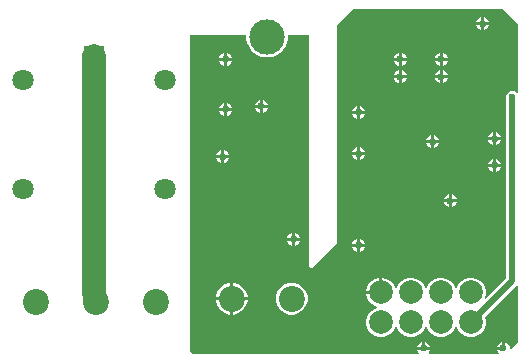
<source format=gbl>
G04*
G04 #@! TF.GenerationSoftware,Altium Limited,Altium Designer,23.10.1 (27)*
G04*
G04 Layer_Physical_Order=2*
G04 Layer_Color=16711680*
%FSLAX44Y44*%
%MOMM*%
G71*
G04*
G04 #@! TF.SameCoordinates,FE8EC528-225C-4A11-B971-79AFC16B1169*
G04*
G04*
G04 #@! TF.FilePolarity,Positive*
G04*
G01*
G75*
%ADD41C,0.5000*%
%ADD42C,2.0000*%
%ADD43C,3.0000*%
%ADD44C,2.2000*%
%ADD45C,2.0000*%
%ADD46C,1.8000*%
%ADD47R,1.8000X1.8000*%
%ADD48C,0.6000*%
%ADD49C,1.0000*%
G36*
X747500Y1235000D02*
Y1177131D01*
X746230Y1176605D01*
X745638Y1177197D01*
X743602Y1178040D01*
X741398D01*
X739362Y1177197D01*
X737803Y1175638D01*
X736960Y1173602D01*
Y1171398D01*
X737361Y1170429D01*
Y1019286D01*
X720147Y1002072D01*
X719849Y1002202D01*
X719097Y1002818D01*
X719883Y1005749D01*
Y1009051D01*
X719028Y1012240D01*
X717377Y1015100D01*
X715042Y1017434D01*
X712183Y1019085D01*
X708994Y1019940D01*
X705692D01*
X702502Y1019085D01*
X699643Y1017434D01*
X697308Y1015100D01*
X695657Y1012240D01*
X695300Y1010907D01*
X693985D01*
X693628Y1012240D01*
X691977Y1015100D01*
X689642Y1017434D01*
X686783Y1019085D01*
X683594Y1019940D01*
X680292D01*
X677102Y1019085D01*
X674243Y1017434D01*
X671908Y1015100D01*
X670257Y1012240D01*
X669900Y1010907D01*
X668585D01*
X668228Y1012240D01*
X666577Y1015100D01*
X664242Y1017434D01*
X661383Y1019085D01*
X658194Y1019940D01*
X654892D01*
X651702Y1019085D01*
X648843Y1017434D01*
X646508Y1015100D01*
X644857Y1012240D01*
X644500Y1010907D01*
X643185D01*
X642828Y1012240D01*
X641177Y1015100D01*
X638842Y1017434D01*
X635983Y1019085D01*
X632794Y1019940D01*
X632412D01*
Y1007400D01*
X631143D01*
Y1006130D01*
X618602D01*
Y1005749D01*
X619457Y1002560D01*
X621108Y999700D01*
X623443Y997365D01*
X626302Y995715D01*
X627635Y995357D01*
Y994043D01*
X626302Y993685D01*
X623443Y992035D01*
X621108Y989700D01*
X619457Y986840D01*
X618602Y983651D01*
Y980349D01*
X619457Y977160D01*
X621108Y974300D01*
X623443Y971965D01*
X626302Y970315D01*
X629492Y969460D01*
X632794D01*
X635983Y970315D01*
X638842Y971965D01*
X641177Y974300D01*
X642828Y977160D01*
X643185Y978493D01*
X644500D01*
X644857Y977160D01*
X646508Y974300D01*
X648843Y971965D01*
X651702Y970315D01*
X654892Y969460D01*
X658194D01*
X661383Y970315D01*
X664242Y971965D01*
X666577Y974300D01*
X668228Y977160D01*
X668585Y978493D01*
X669900D01*
X670257Y977160D01*
X671908Y974300D01*
X674243Y971965D01*
X677102Y970315D01*
X680292Y969460D01*
X683594D01*
X686783Y970315D01*
X689642Y971965D01*
X691977Y974300D01*
X693628Y977160D01*
X693985Y978493D01*
X695300D01*
X695657Y977160D01*
X697308Y974300D01*
X699643Y971965D01*
X702502Y970315D01*
X705692Y969460D01*
X708994D01*
X712183Y970315D01*
X715042Y971965D01*
X717377Y974300D01*
X719028Y977160D01*
X719883Y980349D01*
Y983651D01*
X719117Y986507D01*
X746134Y1013524D01*
X746230Y1013668D01*
X747500Y1013283D01*
Y965000D01*
X741810Y959310D01*
X740540Y959836D01*
Y961102D01*
X739697Y963138D01*
X738138Y964697D01*
X736270Y965470D01*
Y960000D01*
X735000D01*
Y958730D01*
X729530D01*
X730303Y956862D01*
X730895Y956270D01*
X730369Y955000D01*
X672131D01*
X671605Y956270D01*
X672197Y956862D01*
X672970Y958730D01*
X662030D01*
X662803Y956862D01*
X663395Y956270D01*
X662869Y955000D01*
X472500D01*
X470000Y957500D01*
Y1225000D01*
X517460D01*
Y1222272D01*
X518134Y1218884D01*
X519456Y1215692D01*
X521376Y1212819D01*
X523819Y1210376D01*
X526692Y1208456D01*
X529884Y1207134D01*
X533273Y1206460D01*
X536727D01*
X540116Y1207134D01*
X543308Y1208456D01*
X546181Y1210376D01*
X548624Y1212819D01*
X550544Y1215692D01*
X551866Y1218884D01*
X552540Y1222272D01*
Y1225000D01*
X570000D01*
Y1030000D01*
X572500Y1027500D01*
X594000Y1049000D01*
Y1234000D01*
X607500Y1247500D01*
X735000D01*
X747500Y1235000D01*
D02*
G37*
%LPC*%
G36*
X718770Y1240470D02*
Y1236270D01*
X722970D01*
X722197Y1238138D01*
X720638Y1239697D01*
X718770Y1240470D01*
D02*
G37*
G36*
X716230D02*
X714362Y1239697D01*
X712803Y1238138D01*
X712030Y1236270D01*
X716230D01*
Y1240470D01*
D02*
G37*
G36*
X722970Y1233730D02*
X718770D01*
Y1229530D01*
X720638Y1230303D01*
X722197Y1231862D01*
X722970Y1233730D01*
D02*
G37*
G36*
X716230D02*
X712030D01*
X712803Y1231862D01*
X714362Y1230303D01*
X716230Y1229530D01*
Y1233730D01*
D02*
G37*
G36*
X683770Y1210470D02*
Y1206270D01*
X687970D01*
X687197Y1208138D01*
X685638Y1209697D01*
X683770Y1210470D01*
D02*
G37*
G36*
X681230D02*
X679362Y1209697D01*
X677803Y1208138D01*
X677030Y1206270D01*
X681230D01*
Y1210470D01*
D02*
G37*
G36*
X648770D02*
Y1206270D01*
X652970D01*
X652197Y1208138D01*
X650638Y1209697D01*
X648770Y1210470D01*
D02*
G37*
G36*
X646230D02*
X644362Y1209697D01*
X642803Y1208138D01*
X642030Y1206270D01*
X646230D01*
Y1210470D01*
D02*
G37*
G36*
X501270D02*
Y1206270D01*
X505470D01*
X504697Y1208138D01*
X503138Y1209697D01*
X501270Y1210470D01*
D02*
G37*
G36*
X498730D02*
X496862Y1209697D01*
X495303Y1208138D01*
X494530Y1206270D01*
X498730D01*
Y1210470D01*
D02*
G37*
G36*
X687970Y1203730D02*
X683770D01*
Y1199530D01*
X685638Y1200303D01*
X687197Y1201862D01*
X687970Y1203730D01*
D02*
G37*
G36*
X681230D02*
X677030D01*
X677803Y1201862D01*
X679362Y1200303D01*
X681230Y1199530D01*
Y1203730D01*
D02*
G37*
G36*
X652970D02*
X648770D01*
Y1199530D01*
X650638Y1200303D01*
X652197Y1201862D01*
X652970Y1203730D01*
D02*
G37*
G36*
X646230D02*
X642030D01*
X642803Y1201862D01*
X644362Y1200303D01*
X646230Y1199530D01*
Y1203730D01*
D02*
G37*
G36*
X505470D02*
X501270D01*
Y1199530D01*
X503138Y1200303D01*
X504697Y1201862D01*
X505470Y1203730D01*
D02*
G37*
G36*
X498730D02*
X494530D01*
X495303Y1201862D01*
X496862Y1200303D01*
X498730Y1199530D01*
Y1203730D01*
D02*
G37*
G36*
X683770Y1195470D02*
Y1191270D01*
X687970D01*
X687197Y1193138D01*
X685638Y1194697D01*
X683770Y1195470D01*
D02*
G37*
G36*
X681230D02*
X679362Y1194697D01*
X677803Y1193138D01*
X677030Y1191270D01*
X681230D01*
Y1195470D01*
D02*
G37*
G36*
X648770D02*
Y1191270D01*
X652970D01*
X652197Y1193138D01*
X650638Y1194697D01*
X648770Y1195470D01*
D02*
G37*
G36*
X646230D02*
X644362Y1194697D01*
X642803Y1193138D01*
X642030Y1191270D01*
X646230D01*
Y1195470D01*
D02*
G37*
G36*
X687970Y1188730D02*
X683770D01*
Y1184530D01*
X685638Y1185303D01*
X687197Y1186862D01*
X687970Y1188730D01*
D02*
G37*
G36*
X681230D02*
X677030D01*
X677803Y1186862D01*
X679362Y1185303D01*
X681230Y1184530D01*
Y1188730D01*
D02*
G37*
G36*
X652970D02*
X648770D01*
Y1184530D01*
X650638Y1185303D01*
X652197Y1186862D01*
X652970Y1188730D01*
D02*
G37*
G36*
X646230D02*
X642030D01*
X642803Y1186862D01*
X644362Y1185303D01*
X646230Y1184530D01*
Y1188730D01*
D02*
G37*
G36*
X531270Y1170470D02*
Y1166270D01*
X535470D01*
X534697Y1168138D01*
X533138Y1169697D01*
X531270Y1170470D01*
D02*
G37*
G36*
X528730D02*
X526862Y1169697D01*
X525303Y1168138D01*
X524530Y1166270D01*
X528730D01*
Y1170470D01*
D02*
G37*
G36*
X501270Y1167970D02*
Y1163770D01*
X505470D01*
X504697Y1165638D01*
X503138Y1167197D01*
X501270Y1167970D01*
D02*
G37*
G36*
X498730D02*
X496862Y1167197D01*
X495303Y1165638D01*
X494530Y1163770D01*
X498730D01*
Y1167970D01*
D02*
G37*
G36*
X613770Y1165470D02*
Y1161270D01*
X617970D01*
X617197Y1163138D01*
X615638Y1164697D01*
X613770Y1165470D01*
D02*
G37*
G36*
X611230D02*
X609362Y1164697D01*
X607803Y1163138D01*
X607030Y1161270D01*
X611230D01*
Y1165470D01*
D02*
G37*
G36*
X535470Y1163730D02*
X531270D01*
Y1159530D01*
X533138Y1160303D01*
X534697Y1161862D01*
X535470Y1163730D01*
D02*
G37*
G36*
X528730D02*
X524530D01*
X525303Y1161862D01*
X526862Y1160303D01*
X528730Y1159530D01*
Y1163730D01*
D02*
G37*
G36*
X505470Y1161230D02*
X501270D01*
Y1157030D01*
X503138Y1157803D01*
X504697Y1159362D01*
X505470Y1161230D01*
D02*
G37*
G36*
X498730D02*
X494530D01*
X495303Y1159362D01*
X496862Y1157803D01*
X498730Y1157030D01*
Y1161230D01*
D02*
G37*
G36*
X617970Y1158730D02*
X613770D01*
Y1154530D01*
X615638Y1155303D01*
X617197Y1156862D01*
X617970Y1158730D01*
D02*
G37*
G36*
X611230D02*
X607030D01*
X607803Y1156862D01*
X609362Y1155303D01*
X611230Y1154530D01*
Y1158730D01*
D02*
G37*
G36*
X728770Y1142970D02*
Y1138770D01*
X732970D01*
X732197Y1140638D01*
X730638Y1142197D01*
X728770Y1142970D01*
D02*
G37*
G36*
X726230D02*
X724362Y1142197D01*
X722803Y1140638D01*
X722030Y1138770D01*
X726230D01*
Y1142970D01*
D02*
G37*
G36*
X676270Y1140470D02*
Y1136270D01*
X680470D01*
X679697Y1138138D01*
X678138Y1139697D01*
X676270Y1140470D01*
D02*
G37*
G36*
X673730D02*
X671862Y1139697D01*
X670303Y1138138D01*
X669530Y1136270D01*
X673730D01*
Y1140470D01*
D02*
G37*
G36*
X732970Y1136230D02*
X728770D01*
Y1132030D01*
X730638Y1132803D01*
X732197Y1134362D01*
X732970Y1136230D01*
D02*
G37*
G36*
X726230D02*
X722030D01*
X722803Y1134362D01*
X724362Y1132803D01*
X726230Y1132030D01*
Y1136230D01*
D02*
G37*
G36*
X680470Y1133730D02*
X676270D01*
Y1129530D01*
X678138Y1130303D01*
X679697Y1131862D01*
X680470Y1133730D01*
D02*
G37*
G36*
X673730D02*
X669530D01*
X670303Y1131862D01*
X671862Y1130303D01*
X673730Y1129530D01*
Y1133730D01*
D02*
G37*
G36*
X613770Y1130470D02*
Y1126270D01*
X617970D01*
X617197Y1128138D01*
X615638Y1129697D01*
X613770Y1130470D01*
D02*
G37*
G36*
X611230D02*
X609362Y1129697D01*
X607803Y1128138D01*
X607030Y1126270D01*
X611230D01*
Y1130470D01*
D02*
G37*
G36*
X498770Y1127970D02*
Y1123770D01*
X502970D01*
X502197Y1125638D01*
X500638Y1127197D01*
X498770Y1127970D01*
D02*
G37*
G36*
X496230D02*
X494362Y1127197D01*
X492803Y1125638D01*
X492030Y1123770D01*
X496230D01*
Y1127970D01*
D02*
G37*
G36*
X617970Y1123730D02*
X613770D01*
Y1119530D01*
X615638Y1120303D01*
X617197Y1121862D01*
X617970Y1123730D01*
D02*
G37*
G36*
X611230D02*
X607030D01*
X607803Y1121862D01*
X609362Y1120303D01*
X611230Y1119530D01*
Y1123730D01*
D02*
G37*
G36*
X502970Y1121230D02*
X498770D01*
Y1117030D01*
X500638Y1117803D01*
X502197Y1119362D01*
X502970Y1121230D01*
D02*
G37*
G36*
X496230D02*
X492030D01*
X492803Y1119362D01*
X494362Y1117803D01*
X496230Y1117030D01*
Y1121230D01*
D02*
G37*
G36*
X728770Y1120470D02*
Y1116270D01*
X732970D01*
X732197Y1118138D01*
X730638Y1119697D01*
X728770Y1120470D01*
D02*
G37*
G36*
X726230D02*
X724362Y1119697D01*
X722803Y1118138D01*
X722030Y1116270D01*
X726230D01*
Y1120470D01*
D02*
G37*
G36*
X732970Y1113730D02*
X728770D01*
Y1109530D01*
X730638Y1110303D01*
X732197Y1111862D01*
X732970Y1113730D01*
D02*
G37*
G36*
X726230D02*
X722030D01*
X722803Y1111862D01*
X724362Y1110303D01*
X726230Y1109530D01*
Y1113730D01*
D02*
G37*
G36*
X691270Y1090470D02*
Y1086270D01*
X695470D01*
X694697Y1088138D01*
X693138Y1089697D01*
X691270Y1090470D01*
D02*
G37*
G36*
X688730D02*
X686862Y1089697D01*
X685303Y1088138D01*
X684530Y1086270D01*
X688730D01*
Y1090470D01*
D02*
G37*
G36*
X695470Y1083730D02*
X691270D01*
Y1079530D01*
X693138Y1080303D01*
X694697Y1081862D01*
X695470Y1083730D01*
D02*
G37*
G36*
X688730D02*
X684530D01*
X685303Y1081862D01*
X686862Y1080303D01*
X688730Y1079530D01*
Y1083730D01*
D02*
G37*
G36*
X558770Y1057970D02*
Y1053770D01*
X562970D01*
X562197Y1055638D01*
X560638Y1057197D01*
X558770Y1057970D01*
D02*
G37*
G36*
X556230D02*
X554362Y1057197D01*
X552803Y1055638D01*
X552030Y1053770D01*
X556230D01*
Y1057970D01*
D02*
G37*
G36*
X613770Y1052970D02*
Y1048770D01*
X617970D01*
X617197Y1050638D01*
X615638Y1052197D01*
X613770Y1052970D01*
D02*
G37*
G36*
X611230D02*
X609362Y1052197D01*
X607803Y1050638D01*
X607030Y1048770D01*
X611230D01*
Y1052970D01*
D02*
G37*
G36*
X562970Y1051230D02*
X558770D01*
Y1047030D01*
X560638Y1047803D01*
X562197Y1049362D01*
X562970Y1051230D01*
D02*
G37*
G36*
X556230D02*
X552030D01*
X552803Y1049362D01*
X554362Y1047803D01*
X556230Y1047030D01*
Y1051230D01*
D02*
G37*
G36*
X617970Y1046230D02*
X613770D01*
Y1042030D01*
X615638Y1042803D01*
X617197Y1044362D01*
X617970Y1046230D01*
D02*
G37*
G36*
X611230D02*
X607030D01*
X607803Y1044362D01*
X609362Y1042803D01*
X611230Y1042030D01*
Y1046230D01*
D02*
G37*
G36*
X629873Y1019940D02*
X629492D01*
X626302Y1019085D01*
X623443Y1017434D01*
X621108Y1015100D01*
X619457Y1012240D01*
X618602Y1009051D01*
Y1008670D01*
X629873D01*
Y1019940D01*
D02*
G37*
G36*
X506625Y1015790D02*
X506113D01*
Y1003520D01*
X518383D01*
Y1004033D01*
X517460Y1007476D01*
X515677Y1010564D01*
X513156Y1013085D01*
X510069Y1014867D01*
X506625Y1015790D01*
D02*
G37*
G36*
X503573D02*
X503060D01*
X499616Y1014867D01*
X496529Y1013085D01*
X494008Y1010564D01*
X492225Y1007476D01*
X491303Y1004033D01*
Y1003520D01*
X503573D01*
Y1015790D01*
D02*
G37*
G36*
X557425D02*
X553860D01*
X550416Y1014867D01*
X547329Y1013085D01*
X544808Y1010564D01*
X543025Y1007476D01*
X542103Y1004033D01*
Y1000468D01*
X543025Y997024D01*
X544808Y993936D01*
X547329Y991415D01*
X550416Y989633D01*
X553860Y988710D01*
X557425D01*
X560869Y989633D01*
X563956Y991415D01*
X566477Y993936D01*
X568260Y997024D01*
X569183Y1000468D01*
Y1004033D01*
X568260Y1007476D01*
X566477Y1010564D01*
X563956Y1013085D01*
X560869Y1014867D01*
X557425Y1015790D01*
D02*
G37*
G36*
X518383Y1000980D02*
X506113D01*
Y988710D01*
X506625D01*
X510069Y989633D01*
X513156Y991415D01*
X515677Y993936D01*
X517460Y997024D01*
X518383Y1000468D01*
Y1000980D01*
D02*
G37*
G36*
X503573D02*
X491303D01*
Y1000468D01*
X492225Y997024D01*
X494008Y993936D01*
X496529Y991415D01*
X499616Y989633D01*
X503060Y988710D01*
X503573D01*
Y1000980D01*
D02*
G37*
G36*
X733730Y965470D02*
X731862Y964697D01*
X730303Y963138D01*
X729530Y961270D01*
X733730D01*
Y965470D01*
D02*
G37*
G36*
X668770D02*
Y961270D01*
X672970D01*
X672197Y963138D01*
X670638Y964697D01*
X668770Y965470D01*
D02*
G37*
G36*
X666230D02*
X664362Y964697D01*
X662803Y963138D01*
X662030Y961270D01*
X666230D01*
Y965470D01*
D02*
G37*
%LPD*%
D41*
X707343Y982000D02*
X742500Y1017158D01*
Y1172500D01*
D42*
X388475Y1006959D02*
Y1207500D01*
D43*
X535000Y1224000D02*
D03*
D44*
X339400Y999437D02*
D03*
X390200D02*
D03*
X441000D02*
D03*
X504843Y1002250D02*
D03*
X555643D02*
D03*
D45*
X631143Y982000D02*
D03*
X656543D02*
D03*
X681943D02*
D03*
X707343D02*
D03*
Y1007400D02*
D03*
X681943D02*
D03*
X656543D02*
D03*
X631143D02*
D03*
D46*
X328475Y1187500D02*
D03*
X448475D02*
D03*
X328475Y1094790D02*
D03*
X448475D02*
D03*
D47*
X388475Y1207500D02*
D03*
D48*
X500000Y1205000D02*
D03*
X557500Y1052500D02*
D03*
X682500Y1205000D02*
D03*
Y1190000D02*
D03*
X612500Y1125000D02*
D03*
X500000Y1162500D02*
D03*
X497500Y1122500D02*
D03*
X530000Y1165000D02*
D03*
X690000Y1085000D02*
D03*
X727500Y1115000D02*
D03*
Y1137500D02*
D03*
X675000Y1135000D02*
D03*
X647500Y1190000D02*
D03*
Y1205000D02*
D03*
X612500Y1047500D02*
D03*
X735000Y960000D02*
D03*
X667500D02*
D03*
X612500Y1160000D02*
D03*
X717500Y1235000D02*
D03*
X742500Y1172500D02*
D03*
D49*
X384200Y1002685D02*
X388475Y1006959D01*
X384200Y999437D02*
Y1002685D01*
M02*

</source>
